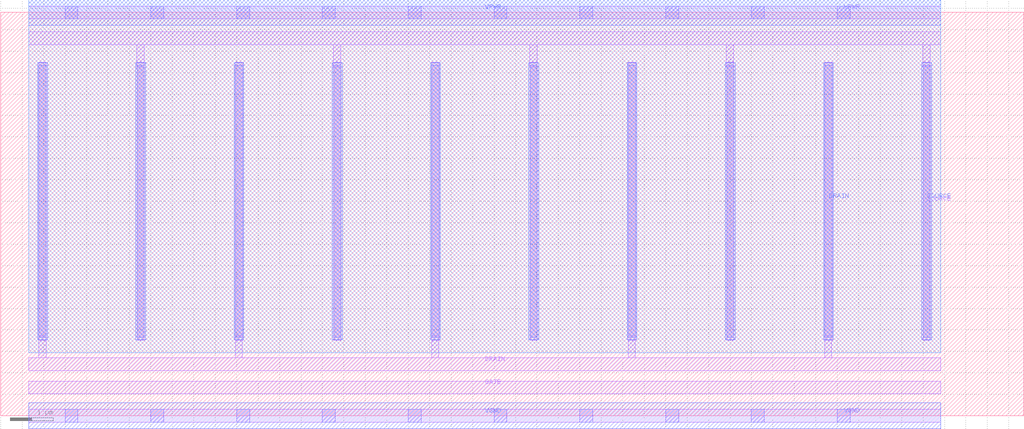
<source format=lef>
VERSION 5.7 ;
  NOWIREEXTENSIONATPIN ON ;
  DIVIDERCHAR "/" ;
  BUSBITCHARS "[]" ;
MACRO sky130_asc_pfet_01v8_lvt_9
  CLASS CORE ;
  FOREIGN sky130_asc_pfet_01v8_lvt_9 ;
  ORIGIN 0.000 0.000 ;
  SIZE 23.850 BY 9.400 ;
  SITE unitasc ;
  PIN GATE
    DIRECTION INOUT ;
    USE SIGNAL ;
    ANTENNAGATEAREA 116.099998 ;
    PORT
      LAYER li1 ;
        RECT 0.650 0.510 21.910 0.810 ;
    END
  END GATE
  PIN SOURCE
    DIRECTION INOUT ;
    USE SIGNAL ;
    ANTENNADIFFAREA 9.352500 ;
    PORT
      LAYER li1 ;
        RECT 0.650 8.650 21.910 8.950 ;
        RECT 3.175 8.245 3.345 8.650 ;
        RECT 7.755 8.245 7.925 8.650 ;
        RECT 12.335 8.245 12.505 8.650 ;
        RECT 16.915 8.245 17.085 8.650 ;
        RECT 21.495 8.245 21.665 8.650 ;
        RECT 3.175 8.130 3.350 8.245 ;
        RECT 7.755 8.130 7.930 8.245 ;
        RECT 12.335 8.130 12.510 8.245 ;
        RECT 16.915 8.130 17.090 8.245 ;
        RECT 21.495 8.130 21.670 8.245 ;
        RECT 3.180 1.755 3.350 8.130 ;
        RECT 7.760 1.755 7.930 8.130 ;
        RECT 12.340 1.755 12.510 8.130 ;
        RECT 16.920 1.755 17.090 8.130 ;
        RECT 21.500 1.755 21.670 8.130 ;
      LAYER mcon ;
        RECT 3.180 1.835 3.350 8.165 ;
        RECT 7.760 1.835 7.930 8.165 ;
        RECT 12.340 1.835 12.510 8.165 ;
        RECT 16.920 1.835 17.090 8.165 ;
        RECT 21.500 1.835 21.670 8.165 ;
      LAYER met1 ;
        RECT 3.150 1.775 3.380 8.225 ;
        RECT 7.730 1.775 7.960 8.225 ;
        RECT 12.310 1.775 12.540 8.225 ;
        RECT 16.890 1.775 17.120 8.225 ;
        RECT 21.470 1.775 21.700 8.225 ;
    END
  END SOURCE
  PIN DRAIN
    DIRECTION INOUT ;
    USE SIGNAL ;
    ANTENNADIFFAREA 9.352500 ;
    PORT
      LAYER li1 ;
        RECT 0.890 1.860 1.060 8.245 ;
        RECT 5.470 1.860 5.640 8.245 ;
        RECT 10.050 1.860 10.220 8.245 ;
        RECT 14.630 1.860 14.800 8.245 ;
        RECT 19.210 1.860 19.380 8.245 ;
        RECT 0.885 1.755 1.060 1.860 ;
        RECT 5.465 1.755 5.640 1.860 ;
        RECT 10.045 1.755 10.220 1.860 ;
        RECT 14.625 1.755 14.800 1.860 ;
        RECT 19.205 1.755 19.380 1.860 ;
        RECT 0.885 1.350 1.055 1.755 ;
        RECT 5.465 1.350 5.635 1.755 ;
        RECT 10.045 1.350 10.215 1.755 ;
        RECT 14.625 1.350 14.795 1.755 ;
        RECT 19.205 1.350 19.375 1.755 ;
        RECT 0.650 1.050 21.910 1.350 ;
      LAYER mcon ;
        RECT 0.890 1.835 1.060 8.165 ;
        RECT 5.470 1.835 5.640 8.165 ;
        RECT 10.050 1.835 10.220 8.165 ;
        RECT 14.630 1.835 14.800 8.165 ;
        RECT 19.210 1.835 19.380 8.165 ;
      LAYER met1 ;
        RECT 0.860 1.775 1.090 8.225 ;
        RECT 5.440 1.775 5.670 8.225 ;
        RECT 10.020 1.775 10.250 8.225 ;
        RECT 14.600 1.775 14.830 8.225 ;
        RECT 19.180 1.775 19.410 8.225 ;
    END
  END DRAIN
  PIN VPWR
    DIRECTION INOUT ;
    USE POWER ;
    PORT
      LAYER li1 ;
        RECT 0.650 9.250 21.910 9.550 ;
      LAYER mcon ;
        RECT 1.500 9.250 1.800 9.550 ;
        RECT 3.500 9.250 3.800 9.550 ;
        RECT 5.500 9.250 5.800 9.550 ;
        RECT 7.500 9.250 7.800 9.550 ;
        RECT 9.500 9.250 9.800 9.550 ;
        RECT 11.500 9.250 11.800 9.550 ;
        RECT 13.500 9.250 13.800 9.550 ;
        RECT 15.500 9.250 15.800 9.550 ;
        RECT 17.500 9.250 17.800 9.550 ;
        RECT 19.500 9.250 19.800 9.550 ;
      LAYER met1 ;
        RECT 0.650 9.100 21.910 9.700 ;
    END
  END VPWR
  PIN VGND
    DIRECTION INOUT ;
    USE GROUND ;
    PORT
      LAYER li1 ;
        RECT 0.650 -0.150 21.910 0.150 ;
      LAYER mcon ;
        RECT 1.500 -0.150 1.800 0.150 ;
        RECT 3.500 -0.150 3.800 0.150 ;
        RECT 5.500 -0.150 5.800 0.150 ;
        RECT 7.500 -0.150 7.800 0.150 ;
        RECT 9.500 -0.150 9.800 0.150 ;
        RECT 11.500 -0.150 11.800 0.150 ;
        RECT 13.500 -0.150 13.800 0.150 ;
        RECT 15.500 -0.150 15.800 0.150 ;
        RECT 17.500 -0.150 17.800 0.150 ;
        RECT 19.500 -0.150 19.800 0.150 ;
      LAYER met1 ;
        RECT 0.650 -0.300 21.910 0.300 ;
    END
  END VGND
  OBS
      LAYER nwell ;
        RECT 0.650 1.465 21.910 9.700 ;
  END
END sky130_asc_pfet_01v8_lvt_9
END LIBRARY


</source>
